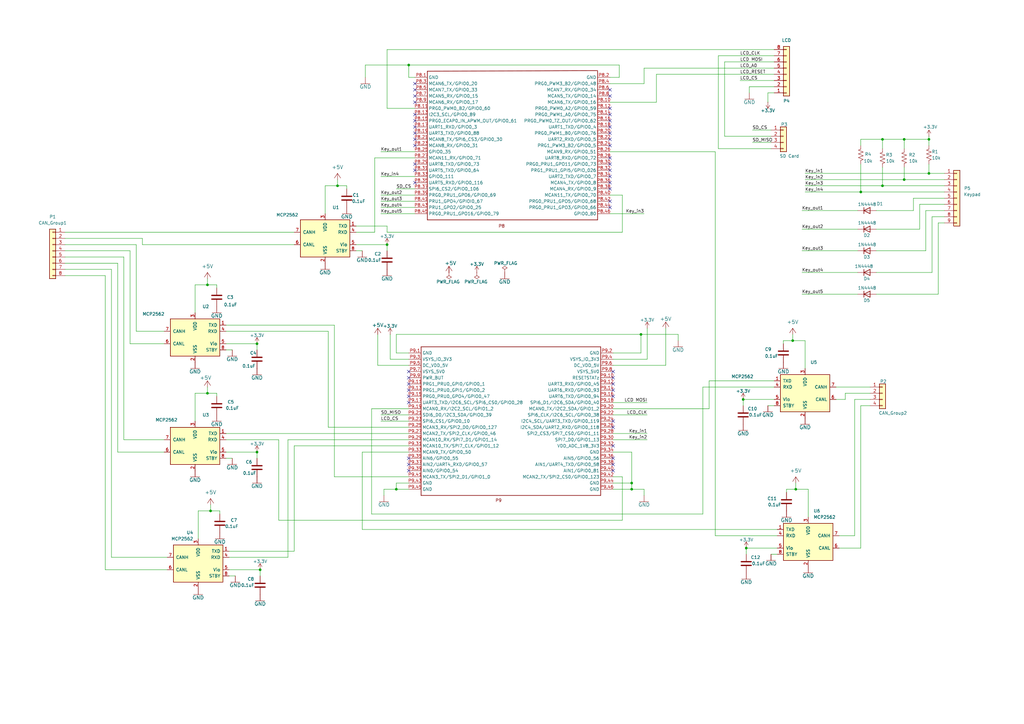
<source format=kicad_sch>
(kicad_sch (version 20231120) (generator "eeschema") (generator_version "8.0")
  (paper "A3")
  (title_block (date "2025-01-05"))
  (junction (at 262.89 137.16))
  (junction (at 361.95 76.2))
  (junction (at 259.08 200.66))
  (junction (at 85.09 161.29))
  (junction (at 105.41 185.42))
  (junction (at 306.07 224.79))
  (junction (at 370.84 57.15))
  (junction (at 86.36 209.55))
  (junction (at 106.68 233.68))
  (junction (at 138.43 76.2))
  (junction (at 353.06 78.74))
  (junction (at 259.08 198.12))
  (junction (at 162.56 200.66))
  (junction (at 381 57.15))
  (junction (at 158.75 100.33))
  (junction (at 326.39 200.66))
  (junction (at 85.09 116.84))
  (junction (at 361.95 57.15))
  (junction (at 105.41 140.97))
  (junction (at 304.8 163.83))
  (junction (at 167.64 26.67))
  (junction (at 381 71.12))
  (junction (at 325.12 139.7))
  (junction (at 370.84 73.66))
  (no_connect (at 250.19 82.55))
  (no_connect (at 250.19 44.45))
  (no_connect (at 167.64 152.4))
  (no_connect (at 251.46 160.02))
  (no_connect (at 251.46 187.96))
  (no_connect (at 167.64 157.48))
  (no_connect (at 251.46 175.26))
  (no_connect (at 170.18 59.69))
  (no_connect (at 167.64 187.96))
  (no_connect (at 170.18 74.93))
  (no_connect (at 250.19 74.93))
  (no_connect (at 251.46 152.4))
  (no_connect (at 167.64 162.56))
  (no_connect (at 251.46 172.72))
  (no_connect (at 170.18 67.31))
  (no_connect (at 170.18 41.91))
  (no_connect (at 251.46 190.5))
  (no_connect (at 170.18 46.99))
  (no_connect (at 170.18 69.85))
  (no_connect (at 170.18 54.61))
  (no_connect (at 250.19 39.37))
  (no_connect (at 250.19 59.69))
  (no_connect (at 170.18 52.07))
  (no_connect (at 170.18 57.15))
  (no_connect (at 251.46 154.94))
  (no_connect (at 250.19 85.09))
  (no_connect (at 251.46 157.48))
  (no_connect (at 250.19 69.85))
  (no_connect (at 170.18 39.37))
  (no_connect (at 250.19 77.47))
  (no_connect (at 250.19 36.83))
  (no_connect (at 167.64 160.02))
  (no_connect (at 250.19 49.53))
  (no_connect (at 170.18 49.53))
  (no_connect (at 250.19 57.15))
  (no_connect (at 250.19 54.61))
  (no_connect (at 251.46 162.56))
  (no_connect (at 167.64 154.94))
  (no_connect (at 170.18 34.29))
  (no_connect (at 250.19 46.99))
  (no_connect (at 250.19 64.77))
  (no_connect (at 250.19 67.31))
  (no_connect (at 167.64 190.5))
  (no_connect (at 170.18 36.83))
  (no_connect (at 167.64 193.04))
  (no_connect (at 167.64 165.1))
  (no_connect (at 251.46 193.04))
  (no_connect (at 250.19 72.39))
  (no_connect (at 250.19 52.07))
  (no_connect (at 251.46 182.88))
  (wire (pts (xy 80.01 161.29) (xy 80.01 172.72)))
  (wire (pts (xy 314.96 38.1) (xy 317.5 38.1)))
  (wire (pts (xy 381 55.88) (xy 381 57.15)))
  (wire (pts (xy 331.47 200.66) (xy 326.39 200.66)))
  (wire (pts (xy 80.01 116.84) (xy 85.09 116.84)))
  (wire (pts (xy 250.19 80.01) (xy 255.27 80.01)))
  (wire (pts (xy 330.2 139.7) (xy 330.2 151.13)))
  (wire (pts (xy 361.95 57.15) (xy 361.95 60.96)))
  (wire (pts (xy 58.42 100.33) (xy 120.65 100.33)))
  (wire (pts (xy 317.5 33.02) (xy 303.53 33.02)))
  (wire (pts (xy 344.17 219.71) (xy 350.52 219.71)))
  (wire (pts (xy 330.2 73.66) (xy 370.84 73.66)))
  (wire (pts (xy 158.75 44.45) (xy 158.75 20.32)))
  (wire (pts (xy 148.59 185.42) (xy 167.64 185.42)))
  (wire (pts (xy 80.01 116.84) (xy 80.01 128.27)))
  (wire (pts (xy 105.41 185.42) (xy 92.71 185.42)))
  (wire (pts (xy 88.9 116.84) (xy 85.09 116.84)))
  (wire (pts (xy 382.27 88.9) (xy 382.27 111.76)))
  (wire (pts (xy 259.08 200.66) (xy 264.16 200.66)) (stroke (width 0.1524)))
  (wire (pts (xy 328.93 120.65) (xy 351.79 120.65)))
  (wire (pts (xy 350.52 219.71) (xy 350.52 163.83)))
  (wire (pts (xy 353.06 166.37) (xy 356.87 166.37)))
  (wire (pts (xy 45.72 228.6) (xy 68.58 228.6)))
  (wire (pts (xy 250.19 87.63) (xy 264.16 87.63)))
  (wire (pts (xy 381 67.31) (xy 381 71.12)))
  (wire (pts (xy 156.21 172.72) (xy 167.64 172.72)))
  (wire (pts (xy 317.5 166.37) (xy 314.96 166.37)))
  (wire (pts (xy 133.35 76.2) (xy 138.43 76.2)))
  (wire (pts (xy 152.4 167.64) (xy 152.4 210.82)))
  (wire (pts (xy 53.34 140.97) (xy 67.31 140.97)))
  (wire (pts (xy 162.56 137.16) (xy 262.89 137.16)) (stroke (width 0.1524)))
  (wire (pts (xy 93.98 236.22) (xy 96.52 236.22)))
  (wire (pts (xy 92.71 135.89) (xy 134.62 135.89)))
  (wire (pts (xy 381 57.15) (xy 381 59.69)))
  (wire (pts (xy 251.46 198.12) (xy 259.08 198.12)) (stroke (width 0.1524)))
  (wire (pts (xy 92.71 143.51) (xy 95.25 143.51)))
  (wire (pts (xy 328.93 111.76) (xy 351.79 111.76)))
  (wire (pts (xy 85.09 114.3) (xy 85.09 116.84)))
  (wire (pts (xy 259.08 198.12) (xy 259.08 200.66)) (stroke (width 0.1524)))
  (wire (pts (xy 382.27 88.9) (xy 387.35 88.9)))
  (wire (pts (xy 370.84 57.15) (xy 361.95 57.15)))
  (wire (pts (xy 331.47 200.66) (xy 331.47 212.09)))
  (wire (pts (xy 88.9 118.11) (xy 88.9 116.84)))
  (wire (pts (xy 308.61 58.42) (xy 316.23 58.42)))
  (wire (pts (xy 297.18 25.4) (xy 317.5 25.4)))
  (wire (pts (xy 156.21 85.09) (xy 170.18 85.09)))
  (wire (pts (xy 138.43 73.66) (xy 138.43 76.2)))
  (wire (pts (xy 92.71 187.96) (xy 95.25 187.96)))
  (wire (pts (xy 370.84 68.58) (xy 370.84 73.66)))
  (wire (pts (xy 250.19 31.75) (xy 254 31.75)))
  (wire (pts (xy 26.67 102.87) (xy 53.34 102.87)))
  (wire (pts (xy 251.46 200.66) (xy 259.08 200.66)) (stroke (width 0.1524)))
  (wire (pts (xy 149.86 26.67) (xy 149.86 31.75)))
  (wire (pts (xy 92.71 133.35) (xy 137.16 133.35)))
  (wire (pts (xy 387.35 78.74) (xy 353.06 78.74)))
  (wire (pts (xy 157.48 200.66) (xy 157.48 203.2)) (stroke (width 0.1524)))
  (wire (pts (xy 167.64 144.78) (xy 162.56 144.78)) (stroke (width 0.1524)))
  (wire (pts (xy 269.24 30.48) (xy 269.24 41.91)))
  (wire (pts (xy 321.31 139.7) (xy 325.12 139.7)))
  (wire (pts (xy 342.9 158.75) (xy 356.87 158.75)))
  (wire (pts (xy 374.65 86.36) (xy 359.41 86.36)))
  (wire (pts (xy 322.58 200.66) (xy 326.39 200.66)))
  (wire (pts (xy 92.71 177.8) (xy 167.64 177.8)))
  (wire (pts (xy 167.64 200.66) (xy 162.56 200.66)) (stroke (width 0.1524)))
  (wire (pts (xy 90.17 209.55) (xy 86.36 209.55)))
  (wire (pts (xy 264.16 27.94) (xy 264.16 34.29)))
  (wire (pts (xy 251.46 167.64) (xy 290.83 167.64)))
  (wire (pts (xy 156.21 87.63) (xy 170.18 87.63)))
  (wire (pts (xy 288.29 210.82) (xy 288.29 158.75)))
  (wire (pts (xy 251.46 170.18) (xy 265.43 170.18)))
  (wire (pts (xy 307.34 35.56) (xy 317.5 35.56)))
  (wire (pts (xy 350.52 163.83) (xy 356.87 163.83)))
  (wire (pts (xy 321.31 140.97) (xy 321.31 139.7)))
  (wire (pts (xy 53.34 102.87) (xy 53.34 140.97)))
  (wire (pts (xy 90.17 210.82) (xy 90.17 209.55)))
  (wire (pts (xy 162.56 144.78) (xy 162.56 137.16)) (stroke (width 0.1524)))
  (wire (pts (xy 105.41 187.96) (xy 105.41 185.42)))
  (wire (pts (xy 328.93 93.98) (xy 351.79 93.98)))
  (wire (pts (xy 154.94 149.86) (xy 154.94 137.16)) (stroke (width 0.1524)))
  (wire (pts (xy 162.56 77.47) (xy 170.18 77.47)))
  (wire (pts (xy 133.35 76.2) (xy 133.35 87.63)))
  (wire (pts (xy 105.41 140.97) (xy 92.71 140.97)))
  (wire (pts (xy 377.19 93.98) (xy 359.41 93.98)))
  (wire (pts (xy 262.89 137.16) (xy 278.13 137.16)) (stroke (width 0.1524)))
  (wire (pts (xy 43.18 113.03) (xy 43.18 233.68)))
  (wire (pts (xy 134.62 135.89) (xy 134.62 175.26)))
  (wire (pts (xy 251.46 177.8) (xy 265.43 177.8)))
  (wire (pts (xy 387.35 73.66) (xy 370.84 73.66)))
  (wire (pts (xy 377.19 83.82) (xy 377.19 93.98)))
  (wire (pts (xy 251.46 180.34) (xy 265.43 180.34)))
  (wire (pts (xy 255.27 213.36) (xy 255.27 195.58)))
  (wire (pts (xy 48.26 185.42) (xy 67.31 185.42)))
  (wire (pts (xy 120.65 226.06) (xy 120.65 182.88)))
  (wire (pts (xy 318.77 227.33) (xy 316.23 227.33)))
  (wire (pts (xy 353.06 57.15) (xy 353.06 59.69)))
  (wire (pts (xy 307.34 35.56) (xy 307.34 38.1)))
  (wire (pts (xy 50.8 105.41) (xy 50.8 180.34)))
  (wire (pts (xy 80.01 161.29) (xy 85.09 161.29)))
  (wire (pts (xy 48.26 107.95) (xy 48.26 185.42)))
  (wire (pts (xy 156.21 80.01) (xy 170.18 80.01)))
  (wire (pts (xy 294.64 22.86) (xy 317.5 22.86)))
  (wire (pts (xy 250.19 34.29) (xy 264.16 34.29)))
  (wire (pts (xy 106.68 236.22) (xy 106.68 233.68)))
  (wire (pts (xy 81.28 209.55) (xy 81.28 220.98)))
  (wire (pts (xy 158.75 102.87) (xy 158.75 100.33)))
  (wire (pts (xy 26.67 97.79) (xy 58.42 97.79)))
  (wire (pts (xy 146.05 92.71) (xy 158.75 92.71)))
  (wire (pts (xy 58.42 97.79) (xy 58.42 100.33)))
  (wire (pts (xy 328.93 86.36) (xy 351.79 86.36)))
  (wire (pts (xy 269.24 30.48) (xy 317.5 30.48)))
  (wire (pts (xy 160.02 147.32) (xy 167.64 147.32)) (stroke (width 0.1524)))
  (wire (pts (xy 170.18 44.45) (xy 158.75 44.45)))
  (wire (pts (xy 142.24 77.47) (xy 142.24 76.2)))
  (wire (pts (xy 149.86 26.67) (xy 167.64 26.67)))
  (wire (pts (xy 290.83 167.64) (xy 290.83 156.21)))
  (wire (pts (xy 156.21 82.55) (xy 170.18 82.55)))
  (wire (pts (xy 88.9 162.56) (xy 88.9 161.29)))
  (wire (pts (xy 361.95 57.15) (xy 353.06 57.15)))
  (wire (pts (xy 290.83 156.21) (xy 317.5 156.21)))
  (wire (pts (xy 152.4 210.82) (xy 288.29 210.82)))
  (wire (pts (xy 387.35 76.2) (xy 361.95 76.2)))
  (wire (pts (xy 26.67 110.49) (xy 45.72 110.49)))
  (wire (pts (xy 170.18 62.23) (xy 156.21 62.23)))
  (wire (pts (xy 26.67 95.25) (xy 120.65 95.25)))
  (wire (pts (xy 293.37 62.23) (xy 293.37 219.71)))
  (wire (pts (xy 158.75 95.25) (xy 255.27 95.25)))
  (wire (pts (xy 330.2 71.12) (xy 381 71.12)))
  (wire (pts (xy 342.9 163.83) (xy 346.71 163.83)))
  (wire (pts (xy 153.67 64.77) (xy 170.18 64.77)))
  (wire (pts (xy 167.64 26.67) (xy 254 26.67)) (stroke (width 0.1524)))
  (wire (pts (xy 330.2 78.74) (xy 353.06 78.74)))
  (wire (pts (xy 81.28 209.55) (xy 86.36 209.55)))
  (wire (pts (xy 293.37 219.71) (xy 318.77 219.71)))
  (wire (pts (xy 93.98 226.06) (xy 120.65 226.06)))
  (wire (pts (xy 344.17 224.79) (xy 353.06 224.79)))
  (wire (pts (xy 158.75 92.71) (xy 158.75 95.25)))
  (wire (pts (xy 93.98 228.6) (xy 118.11 228.6)))
  (wire (pts (xy 43.18 233.68) (xy 68.58 233.68)))
  (wire (pts (xy 326.39 198.12) (xy 326.39 200.66)))
  (wire (pts (xy 170.18 72.39) (xy 156.21 72.39)))
  (wire (pts (xy 255.27 80.01) (xy 255.27 95.25)))
  (wire (pts (xy 308.61 53.34) (xy 316.23 53.34)))
  (wire (pts (xy 114.3 180.34) (xy 114.3 213.36)))
  (wire (pts (xy 273.05 149.86) (xy 273.05 134.62)) (stroke (width 0.1524)))
  (wire (pts (xy 148.59 217.17) (xy 148.59 185.42)))
  (wire (pts (xy 134.62 175.26) (xy 167.64 175.26)))
  (wire (pts (xy 55.88 100.33) (xy 26.67 100.33)))
  (wire (pts (xy 264.16 27.94) (xy 317.5 27.94)))
  (wire (pts (xy 106.68 233.68) (xy 93.98 233.68)))
  (wire (pts (xy 153.67 95.25) (xy 153.67 64.77)))
  (wire (pts (xy 293.37 62.23) (xy 250.19 62.23)))
  (wire (pts (xy 254 31.75) (xy 254 26.67)))
  (wire (pts (xy 265.43 147.32) (xy 265.43 134.62)) (stroke (width 0.1524)))
  (wire (pts (xy 137.16 195.58) (xy 167.64 195.58)))
  (wire (pts (xy 251.46 185.42) (xy 259.08 185.42)))
  (wire (pts (xy 370.84 57.15) (xy 370.84 60.96)))
  (wire (pts (xy 346.71 161.29) (xy 356.87 161.29)))
  (wire (pts (xy 379.73 86.36) (xy 387.35 86.36)))
  (wire (pts (xy 26.67 113.03) (xy 43.18 113.03)))
  (wire (pts (xy 322.58 201.93) (xy 322.58 200.66)))
  (wire (pts (xy 86.36 207.01) (xy 86.36 209.55)))
  (wire (pts (xy 142.24 76.2) (xy 138.43 76.2)))
  (wire (pts (xy 318.77 217.17) (xy 148.59 217.17)))
  (wire (pts (xy 158.75 100.33) (xy 146.05 100.33)))
  (wire (pts (xy 304.8 166.37) (xy 304.8 163.83)))
  (wire (pts (xy 306.07 227.33) (xy 306.07 224.79)))
  (wire (pts (xy 162.56 198.12) (xy 167.64 198.12)) (stroke (width 0.1524)))
  (wire (pts (xy 160.02 147.32) (xy 160.02 137.16)) (stroke (width 0.1524)))
  (wire (pts (xy 26.67 107.95) (xy 48.26 107.95)))
  (wire (pts (xy 304.8 163.83) (xy 317.5 163.83)))
  (wire (pts (xy 297.18 55.88) (xy 297.18 25.4)))
  (wire (pts (xy 55.88 135.89) (xy 55.88 100.33)))
  (wire (pts (xy 137.16 133.35) (xy 137.16 195.58)))
  (wire (pts (xy 377.19 83.82) (xy 387.35 83.82)))
  (wire (pts (xy 262.89 137.16) (xy 262.89 144.78)) (stroke (width 0.1524)))
  (wire (pts (xy 381 57.15) (xy 370.84 57.15)))
  (wire (pts (xy 255.27 195.58) (xy 251.46 195.58)))
  (wire (pts (xy 162.56 200.66) (xy 157.48 200.66)) (stroke (width 0.1524)))
  (wire (pts (xy 114.3 213.36) (xy 255.27 213.36)))
  (wire (pts (xy 346.71 163.83) (xy 346.71 161.29)))
  (wire (pts (xy 262.89 144.78) (xy 251.46 144.78)) (stroke (width 0.1524)))
  (wire (pts (xy 330.2 139.7) (xy 325.12 139.7)))
  (wire (pts (xy 306.07 224.79) (xy 318.77 224.79)))
  (wire (pts (xy 118.11 228.6) (xy 118.11 180.34)))
  (wire (pts (xy 353.06 224.79) (xy 353.06 166.37)))
  (wire (pts (xy 26.67 105.41) (xy 50.8 105.41)))
  (wire (pts (xy 154.94 149.86) (xy 167.64 149.86)) (stroke (width 0.1524)))
  (wire (pts (xy 384.81 91.44) (xy 384.81 120.65)))
  (wire (pts (xy 167.64 31.75) (xy 167.64 26.67)) (stroke (width 0.1524)))
  (wire (pts (xy 387.35 81.28) (xy 374.65 81.28)))
  (wire (pts (xy 45.72 110.49) (xy 45.72 228.6)))
  (wire (pts (xy 273.05 149.86) (xy 251.46 149.86)) (stroke (width 0.1524)))
  (wire (pts (xy 265.43 147.32) (xy 251.46 147.32)) (stroke (width 0.1524)))
  (wire (pts (xy 294.64 60.96) (xy 294.64 22.86)))
  (wire (pts (xy 152.4 167.64) (xy 167.64 167.64)))
  (wire (pts (xy 88.9 161.29) (xy 85.09 161.29)))
  (wire (pts (xy 162.56 200.66) (xy 162.56 198.12)) (stroke (width 0.1524)))
  (wire (pts (xy 251.46 165.1) (xy 265.43 165.1)))
  (wire (pts (xy 328.93 102.87) (xy 351.79 102.87)))
  (wire (pts (xy 325.12 137.16) (xy 325.12 139.7)))
  (wire (pts (xy 146.05 95.25) (xy 153.67 95.25)))
  (wire (pts (xy 384.81 91.44) (xy 387.35 91.44)))
  (wire (pts (xy 387.35 71.12) (xy 381 71.12)))
  (wire (pts (xy 278.13 137.16) (xy 278.13 139.7)) (stroke (width 0.1524)))
  (wire (pts (xy 146.05 102.87) (xy 148.59 102.87)))
  (wire (pts (xy 167.64 31.75) (xy 170.18 31.75)) (stroke (width 0.1524)))
  (wire (pts (xy 156.21 170.18) (xy 167.64 170.18)))
  (wire (pts (xy 379.73 102.87) (xy 359.41 102.87)))
  (wire (pts (xy 353.06 78.74) (xy 353.06 67.31)))
  (wire (pts (xy 120.65 182.88) (xy 167.64 182.88)))
  (wire (pts (xy 264.16 200.66) (xy 264.16 203.2)) (stroke (width 0.1524)))
  (wire (pts (xy 118.11 180.34) (xy 167.64 180.34)))
  (wire (pts (xy 105.41 143.51) (xy 105.41 140.97)))
  (wire (pts (xy 85.09 158.75) (xy 85.09 161.29)))
  (wire (pts (xy 259.08 185.42) (xy 259.08 198.12)))
  (wire (pts (xy 374.65 86.36) (xy 374.65 81.28)))
  (wire (pts (xy 92.71 180.34) (xy 114.3 180.34)))
  (wire (pts (xy 288.29 158.75) (xy 317.5 158.75)))
  (wire (pts (xy 55.88 135.89) (xy 67.31 135.89)))
  (wire (pts (xy 314.96 41.91) (xy 314.96 38.1)))
  (wire (pts (xy 316.23 55.88) (xy 297.18 55.88)))
  (wire (pts (xy 382.27 111.76) (xy 359.41 111.76)))
  (wire (pts (xy 158.75 20.32) (xy 317.5 20.32)))
  (wire (pts (xy 361.95 68.58) (xy 361.95 76.2)))
  (wire (pts (xy 250.19 41.91) (xy 269.24 41.91)))
  (wire (pts (xy 316.23 60.96) (xy 294.64 60.96)))
  (wire (pts (xy 384.81 120.65) (xy 359.41 120.65)))
  (wire (pts (xy 50.8 180.34) (xy 67.31 180.34)))
  (wire (pts (xy 379.73 86.36) (xy 379.73 102.87)))
  (wire (pts (xy 330.2 76.2) (xy 361.95 76.2)))
  (label "SD_CS" (at 308.61 53.34 0))
  (label "LCD MOSI" (at 265.43 165.1 180))
  (label "Key_out3" (at 328.93 102.87 0))
  (label "Key_out4" (at 156.21 85.09 0))
  (label "Key_out2" (at 328.93 93.98 0))
  (label "LCD_CLK" (at 265.43 170.18 180))
  (label "Key_in1" (at 265.43 177.8 180))
  (label "Key_in2" (at 265.43 180.34 180))
  (label "Key_in4" (at 330.2 78.74 0))
  (label "LCD_CLK" (at 303.53 22.86 0))
  (label "SD_CS" (at 162.56 77.47 0))
  (label "Key_in3" (at 330.2 76.2 0))
  (label "Key_out2" (at 156.21 80.01 0))
  (label "LCD_A0" (at 303.53 27.94 0))
  (label "LCD_CS" (at 303.53 33.02 0))
  (label "Key_out3" (at 156.21 82.55 0))
  (label "Key_in3" (at 264.16 87.63 180))
  (label "LCD MOSI" (at 303.53 25.4 0))
  (label "Key_in1" (at 330.2 71.12 0))
  (label "Key_out4" (at 328.93 111.76 0))
  (label "Key_out5" (at 156.21 87.63 0))
  (label "SD_MISO" (at 308.61 58.42 0))
  (label "Key_out5" (at 328.93 120.65 0))
  (label "SD_MISO" (at 156.21 170.18 0))
  (label "LCD_RESET" (at 303.53 30.48 0))
  (label "Key_out1" (at 156.21 62.23 0))
  (label "Key_out1" (at 328.93 86.36 0))
  (label "Key_in4" (at 156.21 72.39 0))
  (label "LCD_CS" (at 156.21 172.72 0))
  (label "Key_in2" (at 330.2 73.66 0))
  (symbol (lib_id "Connector_Generic:Conn_01x09") (at 392.43 81.28 0) (unit 1)
    (property "Reference" "P5" (at 396.748 77.216 0))
    (property "Value" "Keypad" (at 398.78 79.756 0))
    (property "Footprint" "Connector_PinHeader_2.54mm:PinHeader_1x09_P2.54mm_Vertical" (effects (hide yes)))
    (property "Description" "Generic connector, single row, 01x09, script generated (kicad-library-utils/schlib/autogen/connector/)" (effects (hide yes)))
  )
  (symbol (lib_id "catu:GND") (at 330.2 173.99 0) (unit 1)
    (property "Reference" "#GND038" (effects (hide yes)))
    (property "Value" "GND" (at 330.2 175.26 0) (effects (font (size 1.4986 1.4986))))
  )
  (symbol (lib_id "catu:GND") (at 321.31 151.13 0) (unit 1)
    (property "Reference" "#GND040" (effects (hide yes)))
    (property "Value" "GND" (at 321.31 152.4 0) (effects (font (size 1.4986 1.4986))))
  )
  (symbol (lib_id "Device:C") (at 90.17 214.63 0) (mirror y) (unit 1)
    (property "Reference" "C7" (at 97.282 213.36 0) (effects (justify left)))
    (property "Value" "0.1uF" (at 97.79 215.9 0) (effects (justify left)))
    (property "Footprint" "Capacitor_SMD:C_0805_2012Metric_Pad1.18x1.45mm_HandSolder" (effects (hide yes)))
    (property "Description" "Unpolarized capacitor" (effects (hide yes)))
  )
  (symbol (lib_id "catu:+5V") (at 85.09 156.21 0) (mirror y) (unit 1)
    (property "Reference" "#P+011" (effects (hide yes)))
    (property "Value" "+5V" (at 84.328 154.94 0) (effects (font (size 1.4986 1.4986))))
  )
  (symbol (lib_id "catu:GND") (at 307.34 40.64 0) (unit 1)
    (property "Reference" "#GND050" (effects (hide yes)))
    (property "Value" "GND" (at 307.34 41.91 0) (effects (font (size 1.4986 1.4986))))
  )
  (symbol (lib_id "power:+3.3V") (at 105.41 140.97 0) (unit 1)
    (property "Reference" "#PWR017" (effects (hide yes)))
    (property "Value" "+3.3V" (at 105.41 137.541 0))
    (property "Description" "Power symbol creates a global label with name \"+3.3V\"" (effects (hide yes)))
  )
  (symbol (lib_id "catu:+5V") (at 273.05 132.08 0) (unit 1)
    (property "Reference" "#P+02" (effects (hide yes)))
    (property "Value" "+5V" (at 273.05 130.81 0) (effects (font (size 1.4986 1.4986))))
  )
  (symbol (lib_id "catu:GND") (at 149.86 34.29 0) (mirror y) (unit 1)
    (property "Reference" "#GND09" (effects (hide yes)))
    (property "Value" "GND" (at 149.86 35.56 0) (effects (font (size 1.4986 1.4986))))
  )
  (symbol (lib_id "Device:R_US") (at 370.84 64.77 0) (mirror y) (unit 1)
    (property "Reference" "R2" (at 375.412 63.5 0) (effects (justify left)))
    (property "Value" "10k" (at 376.428 66.04 0) (effects (justify left)))
    (property "Footprint" "Resistor_SMD:R_0805_2012Metric" (effects (hide yes)))
    (property "Description" "Resistor, US symbol" (effects (hide yes)))
  )
  (symbol (lib_id "catu:GND") (at 96.52 238.76 0) (mirror y) (unit 1)
    (property "Reference" "#GND032" (effects (hide yes)))
    (property "Value" "GND" (at 96.52 240.03 0) (effects (font (size 1.4986 1.4986))))
  )
  (symbol (lib_id "catu:GND") (at 278.13 142.24 0) (unit 1)
    (property "Reference" "#GND01" (effects (hide yes)))
    (property "Value" "GND" (at 278.13 143.51 0) (effects (font (size 1.4986 1.4986))))
  )
  (symbol (lib_id "catu:GND") (at 314.96 168.91 0) (unit 1)
    (property "Reference" "#GND042" (effects (hide yes)))
    (property "Value" "GND" (at 314.96 170.18 0) (effects (font (size 1.4986 1.4986))))
  )
  (symbol (lib_id "catu:+5V") (at 325.12 134.62 0) (unit 1)
    (property "Reference" "#P+012" (effects (hide yes)))
    (property "Value" "+5V" (at 325.12 132.08 0) (effects (font (size 1.4986 1.4986))))
  )
  (symbol (lib_id "catu:GND") (at 95.25 190.5 0) (mirror y) (unit 1)
    (property "Reference" "#GND036" (effects (hide yes)))
    (property "Value" "GND" (at 95.25 191.77 0) (effects (font (size 1.4986 1.4986))))
  )
  (symbol (lib_id "catu:GND") (at 80.01 151.13 0) (mirror y) (unit 1)
    (property "Reference" "#GND026" (effects (hide yes)))
    (property "Value" "GND" (at 80.01 152.4 0) (effects (font (size 1.4986 1.4986))))
  )
  (symbol (lib_id "power:+3.3V") (at 160.02 137.16 0) (unit 1)
    (property "Reference" "#PWR019" (effects (hide yes)))
    (property "Value" "+3.3V" (at 160.02 133.731 0))
    (property "Description" "Power symbol creates a global label with name \"+3.3V\"" (effects (hide yes)))
  )
  (symbol (lib_id "catu:GND") (at 157.48 205.74 0) (unit 1)
    (property "Reference" "#GND05" (effects (hide yes)))
    (property "Value" "GND" (at 157.48 207.01 0) (effects (font (size 1.4986 1.4986))))
  )
  (symbol (lib_id "Interface_CAN_LIN:MCP2562-E-SN") (at 331.47 222.25 0) (unit 1)
    (property "Reference" "U6" (at 333.6641 209.55 0) (effects (justify left)))
    (property "Value" "MCP2562" (at 333.6641 212.09 0) (effects (justify left)))
    (property "Footprint" "Package_SO:SOIC-8_3.9x4.9mm_P1.27mm" (effects (hide yes)))
    (property "Datasheet" "http://ww1.microchip.com/downloads/en/DeviceDoc/25167A.pdf" (effects (hide yes)))
    (property "Description" "High-Speed CAN Transceiver, 1Mbps, 5V supply, Vio pin, -40C to +125C, SOIC-8" (effects (hide yes)))
  )
  (symbol (lib_id "Device:C") (at 106.68 240.03 0) (mirror x) (unit 1)
    (property "Reference" "C8" (at 102.87 237.49 0))
    (property "Value" "0.1uF" (at 101.6 240.03 0))
    (property "Footprint" "Capacitor_SMD:C_0805_2012Metric_Pad1.18x1.45mm_HandSolder" (effects (hide yes)))
    (property "Description" "Unpolarized capacitor" (effects (hide yes)))
  )
  (symbol (lib_id "power:+3.3V") (at 106.68 233.68 0) (unit 1)
    (property "Reference" "#PWR012" (effects (hide yes)))
    (property "Value" "+3.3V" (at 106.68 230.251 0))
    (property "Description" "Power symbol creates a global label with name \"+3.3V\"" (effects (hide yes)))
  )
  (symbol (lib_id "Device:C") (at 105.41 147.32 0) (mirror x) (unit 1)
    (property "Reference" "C4" (at 103.886 144.78 0))
    (property "Value" "0.1uF" (at 102.108 150.114 0))
    (property "Footprint" "Capacitor_SMD:C_0805_2012Metric_Pad1.18x1.45mm_HandSolder" (effects (hide yes)))
    (property "Description" "Unpolarized capacitor" (effects (hide yes)))
  )
  (symbol (lib_id "power:PWR_FLAG") (at 184.15 111.76 180) (unit 1)
    (property "Reference" "#FLG01" (effects (hide yes)))
    (property "Value" "PWR_FLAG" (at 183.769 115.57 0))
    (property "Description" "Special symbol for telling ERC where power comes from" (effects (hide yes)))
  )
  (symbol (lib_id "catu:GND") (at 88.9 172.72 0) (mirror y) (unit 1)
    (property "Reference" "#GND035" (effects (hide yes)))
    (property "Value" "GND" (at 88.9 173.99 0) (effects (font (size 1.4986 1.4986))))
  )
  (symbol (lib_id "Connector_Generic:Conn_01x08") (at 21.59 102.87 0) (mirror y) (unit 1)
    (property "Reference" "P1" (at 21.59 88.9 0))
    (property "Value" "CAN_Group1" (at 21.59 91.44 0))
    (property "Footprint" "Connector_PinHeader_2.54mm:PinHeader_1x08_P2.54mm_Vertical" (effects (hide yes)))
    (property "Description" "Generic connector, single row, 01x08, script generated (kicad-library-utils/schlib/autogen/connector/)" (effects (hide yes)))
  )
  (symbol (lib_id "Interface_CAN_LIN:MCP2562-E-SN") (at 330.2 161.29 0) (unit 1)
    (property "Reference" "U5" (at 332.3941 148.59 0) (effects (justify left)))
    (property "Value" "MCP2562" (at 299.974 154.432 0) (effects (justify left)))
    (property "Footprint" "Package_SO:SOIC-8_3.9x4.9mm_P1.27mm" (effects (hide yes)))
    (property "Datasheet" "http://ww1.microchip.com/downloads/en/DeviceDoc/25167A.pdf" (effects (hide yes)))
    (property "Description" "High-Speed CAN Transceiver, 1Mbps, 5V supply, Vio pin, -40C to +125C, SOIC-8" (effects (hide yes)))
  )
  (symbol (lib_id "Connector_Generic:Conn_01x08") (at 322.58 30.48 0) (mirror x) (unit 1)
    (property "Reference" "P4" (at 322.58 41.402 0))
    (property "Value" "LCD" (at 322.58 16.51 0))
    (property "Footprint" "Connector_PinHeader_2.54mm:PinHeader_1x08_P2.54mm_Vertical" (effects (hide yes)))
    (property "Description" "Generic connector, single row, 01x08, script generated (kicad-library-utils/schlib/autogen/connector/)" (effects (hide yes)))
  )
  (symbol (lib_id "Connector_Generic:Conn_01x04") (at 361.95 161.29 0) (unit 1)
    (property "Reference" "P2" (at 360.934 156.464 0) (effects (justify left)))
    (property "Value" "CAN_Group2" (at 360.426 169.418 0) (effects (justify left)))
    (property "Footprint" "Connector_PinHeader_2.54mm:PinHeader_1x04_P2.54mm_Vertical" (effects (hide yes)))
    (property "Description" "Generic connector, single row, 01x04, script generated (kicad-library-utils/schlib/autogen/connector/)" (effects (hide yes)))
  )
  (symbol (lib_id "power:+3.3V") (at 195.58 111.76 0) (unit 1)
    (property "Reference" "#PWR014" (effects (hide yes)))
    (property "Value" "+3.3V" (at 195.58 108.331 0))
    (property "Description" "Power symbol creates a global label with name \"+3.3V\"" (effects (hide yes)))
  )
  (symbol (lib_id "Device:C") (at 306.07 231.14 180) (unit 1)
    (property "Reference" "C12" (at 309.88 228.6 0))
    (property "Value" "0.1uF" (at 311.15 231.14 0))
    (property "Footprint" "Capacitor_SMD:C_0805_2012Metric_Pad1.18x1.45mm_HandSolder" (effects (hide yes)))
    (property "Description" "Unpolarized capacitor" (effects (hide yes)))
  )
  (symbol (lib_id "power:+3.3V") (at 105.41 185.42 0) (unit 1)
    (property "Reference" "#PWR018" (effects (hide yes)))
    (property "Value" "+3.3V" (at 105.41 181.991 0))
    (property "Description" "Power symbol creates a global label with name \"+3.3V\"" (effects (hide yes)))
  )
  (symbol (lib_id "power:+3.3V") (at 265.43 134.62 0) (unit 1)
    (property "Reference" "#PWR021" (effects (hide yes)))
    (property "Value" "+3.3V" (at 265.43 131.191 0))
    (property "Description" "Power symbol creates a global label with name \"+3.3V\"" (effects (hide yes)))
  )
  (symbol (lib_id "power:+3.3V") (at 314.96 41.91 180) (unit 1)
    (property "Reference" "#PWR02" (effects (hide yes)))
    (property "Value" "+3.3V" (at 314.96 45.339 0))
    (property "Description" "Power symbol creates a global label with name \"+3.3V\"" (effects (hide yes)))
  )
  (symbol (lib_id "Connector_Generic:Conn_01x04") (at 321.31 55.88 0) (unit 1)
    (property "Reference" "P3" (at 320.294 51.054 0) (effects (justify left)))
    (property "Value" "SD Card" (at 319.786 64.008 0) (effects (justify left)))
    (property "Footprint" "Connector_PinHeader_2.54mm:PinHeader_1x04_P2.54mm_Vertical" (effects (hide yes)))
    (property "Description" "Generic connector, single row, 01x04, script generated (kicad-library-utils/schlib/autogen/connector/)" (effects (hide yes)))
  )
  (symbol (lib_id "power:PWR_FLAG") (at 207.01 111.76 0) (unit 1)
    (property "Reference" "#FLG03" (effects (hide yes)))
    (property "Value" "PWR_FLAG" (at 207.391 107.95 0))
    (property "Description" "Special symbol for telling ERC where power comes from" (effects (hide yes)))
  )
  (symbol (lib_id "catu:GND") (at 105.41 153.67 0) (mirror y) (unit 1)
    (property "Reference" "#GND029" (effects (hide yes)))
    (property "Value" "GND" (at 105.41 154.94 0) (effects (font (size 1.4986 1.4986))))
  )
  (symbol (lib_id "Device:C") (at 105.41 191.77 0) (mirror x) (unit 1)
    (property "Reference" "C6" (at 102.108 189.484 0))
    (property "Value" "0.1uF" (at 102.362 194.056 0))
    (property "Footprint" "Capacitor_SMD:C_0805_2012Metric_Pad1.18x1.45mm_HandSolder" (effects (hide yes)))
    (property "Description" "Unpolarized capacitor" (effects (hide yes)))
  )
  (symbol (lib_id "power:PWR_FLAG") (at 195.58 111.76 180) (unit 1)
    (property "Reference" "#FLG02" (effects (hide yes)))
    (property "Value" "PWR_FLAG" (at 195.199 115.57 0))
    (property "Description" "Special symbol for telling ERC where power comes from" (effects (hide yes)))
  )
  (symbol (lib_id "Interface_CAN_LIN:MCP2562-E-SN") (at 133.35 97.79 0) (mirror y) (unit 1)
    (property "Reference" "U1" (at 136.3665 85.09 0) (effects (justify right)))
    (property "Value" "MCP2562" (at 113.284 88.138 0) (effects (justify right)))
    (property "Footprint" "Package_SO:SOIC-8_3.9x4.9mm_P1.27mm" (effects (hide yes)))
    (property "Datasheet" "http://ww1.microchip.com/downloads/en/DeviceDoc/25167A.pdf" (effects (hide yes)))
    (property "Description" "High-Speed CAN Transceiver, 1Mbps, 5V supply, Vio pin, -40C to +125C, SOIC-8" (effects (hide yes)))
  )
  (symbol (lib_id "catu:GND") (at 316.23 229.87 0) (unit 1)
    (property "Reference" "#GND047" (effects (hide yes)))
    (property "Value" "GND" (at 316.23 231.14 0) (effects (font (size 1.4986 1.4986))))
  )
  (symbol (lib_id "power:+3.3V") (at 381 55.88 0) (unit 1)
    (property "Reference" "#PWR01" (effects (hide yes)))
    (property "Value" "+3.3V" (at 381.508 52.07 0))
    (property "Description" "Power symbol creates a global label with name \"+3.3V\"" (effects (hide yes)))
  )
  (symbol (lib_id "catu:Beaglebone-AI-64-10CAN") (at 196.85 170.18 0) (unit 2)
    (property "Reference" "J17" (effects (hide yes)))
    (property "Value" "Beaglebone_AI64" (effects (hide yes)))
    (property "Footprint" "catu:BEAGLE_BONE_BLACK_CAPE" (effects (hide yes)))
  )
  (symbol (lib_id "Device:R_US") (at 361.95 64.77 0) (mirror y) (unit 1)
    (property "Reference" "R3" (at 366.014 63.5 0) (effects (justify left)))
    (property "Value" "10k" (at 367.03 66.04 0) (effects (justify left)))
    (property "Footprint" "Resistor_SMD:R_0805_2012Metric" (effects (hide yes)))
    (property "Description" "Resistor, US symbol" (effects (hide yes)))
  )
  (symbol (lib_id "catu:GND") (at 88.9 128.27 0) (mirror y) (unit 1)
    (property "Reference" "#GND027" (effects (hide yes)))
    (property "Value" "GND" (at 88.9 129.54 0) (effects (font (size 1.4986 1.4986))))
  )
  (symbol (lib_id "catu:+5V") (at 138.43 71.12 0) (mirror y) (unit 1)
    (property "Reference" "#P+013" (effects (hide yes)))
    (property "Value" "+5V" (at 138.43 68.58 0) (effects (font (size 1.4986 1.4986))))
  )
  (symbol (lib_id "catu:GND") (at 81.28 243.84 0) (mirror y) (unit 1)
    (property "Reference" "#GND030" (effects (hide yes)))
    (property "Value" "GND" (at 81.28 245.11 0) (effects (font (size 1.4986 1.4986))))
  )
  (symbol (lib_id "power:+3.3V") (at 158.75 100.33 0) (unit 1)
    (property "Reference" "#PWR026" (effects (hide yes)))
    (property "Value" "+3.3V" (at 158.75 96.901 0))
    (property "Description" "Power symbol creates a global label with name \"+3.3V\"" (effects (hide yes)))
  )
  (symbol (lib_id "Interface_CAN_LIN:MCP2562-E-SN") (at 81.28 231.14 0) (mirror y) (unit 1)
    (property "Reference" "U4" (at 79.2606 218.44 0) (effects (justify left)))
    (property "Value" "MCP2562" (at 79.2606 220.98 0) (effects (justify left)))
    (property "Footprint" "Package_SO:SOIC-8_3.9x4.9mm_P1.27mm" (effects (hide yes)))
    (property "Datasheet" "http://ww1.microchip.com/downloads/en/DeviceDoc/25167A.pdf" (effects (hide yes)))
    (property "Description" "High-Speed CAN Transceiver, 1Mbps, 5V supply, Vio pin, -40C to +125C, SOIC-8" (effects (hide yes)))
  )
  (symbol (lib_id "catu:Beaglebone-AI-64-10CAN") (at 190.5 57.15 0) (unit 1)
    (property "Reference" "J17" (effects (hide yes)))
    (property "Value" "Beaglebone_AI64" (effects (hide yes)))
    (property "Footprint" "catu:BEAGLE_BONE_BLACK_CAPE" (effects (hide yes)))
  )
  (symbol (lib_id "Device:C") (at 322.58 205.74 0) (unit 1)
    (property "Reference" "C11" (at 314.706 204.47 0) (effects (justify left)))
    (property "Value" "0.1uF" (at 314.96 207.01 0) (effects (justify left)))
    (property "Footprint" "Capacitor_SMD:C_0805_2012Metric_Pad1.18x1.45mm_HandSolder" (effects (hide yes)))
    (property "Description" "Unpolarized capacitor" (effects (hide yes)))
  )
  (symbol (lib_id "catu:GND") (at 148.59 105.41 0) (mirror y) (unit 1)
    (property "Reference" "#GND043" (effects (hide yes)))
    (property "Value" "GND" (at 148.59 106.68 0) (effects (font (size 1.4986 1.4986))))
  )
  (symbol (lib_id "catu:GND") (at 142.24 87.63 0) (mirror y) (unit 1)
    (property "Reference" "#GND041" (effects (hide yes)))
    (property "Value" "GND" (at 142.24 88.9 0) (effects (font (size 1.4986 1.4986))))
  )
  (symbol (lib_id "Device:C") (at 158.75 106.68 0) (mirror x) (unit 1)
    (property "Reference" "C2" (at 154.94 104.14 0))
    (property "Value" "0.1uF" (at 153.67 106.68 0))
    (property "Footprint" "Capacitor_SMD:C_0805_2012Metric_Pad1.18x1.45mm_HandSolder" (effects (hide yes)))
    (property "Description" "Unpolarized capacitor" (effects (hide yes)))
  )
  (symbol (lib_id "Diode:1N4448") (at 355.6 102.87 0) (unit 1)
    (property "Reference" "D3" (at 356.87 105.41 0) (effects (justify right)))
    (property "Value" "1N4448" (at 359.41 100.33 0) (effects (justify right)))
    (property "Footprint" "Diode_THT:D_DO-35_SOD27_P7.62mm_Horizontal" (effects (hide yes)))
    (property "Datasheet" "https://assets.nexperia.com/documents/data-sheet/1N4148_1N4448.pdf" (effects (hide yes)))
    (property "Description" "100V 0.15A High-speed standard diode, DO-35" (effects (hide yes)))
    (property "Sim.Device" "D" (effects (hide yes)))
    (property "Sim.Pins" "1=K 2=A" (effects (hide yes)))
  )
  (symbol (lib_id "catu:GND") (at 105.41 198.12 0) (mirror y) (unit 1)
    (property "Reference" "#GND037" (effects (hide yes)))
    (property "Value" "GND" (at 105.41 199.39 0) (effects (font (size 1.4986 1.4986))))
  )
  (symbol (lib_id "Diode:1N4448") (at 355.6 120.65 0) (unit 1)
    (property "Reference" "D5" (at 356.87 123.19 0) (effects (justify right)))
    (property "Value" "1N4448" (at 359.41 118.11 0) (effects (justify right)))
    (property "Footprint" "Diode_THT:D_DO-35_SOD27_P7.62mm_Horizontal" (effects (hide yes)))
    (property "Datasheet" "https://assets.nexperia.com/documents/data-sheet/1N4148_1N4448.pdf" (effects (hide yes)))
    (property "Description" "100V 0.15A High-speed standard diode, DO-35" (effects (hide yes)))
    (property "Sim.Device" "D" (effects (hide yes)))
    (property "Sim.Pins" "1=K 2=A" (effects (hide yes)))
  )
  (symbol (lib_id "Device:C") (at 88.9 166.37 0) (mirror y) (unit 1)
    (property "Reference" "C5" (at 96.012 164.846 0) (effects (justify left)))
    (property "Value" "0.1uF" (at 98.044 167.386 0) (effects (justify left)))
    (property "Footprint" "Capacitor_SMD:C_0805_2012Metric_Pad1.18x1.45mm_HandSolder" (effects (hide yes)))
    (property "Description" "Unpolarized capacitor" (effects (hide yes)))
  )
  (symbol (lib_id "catu:GND") (at 331.47 234.95 0) (unit 1)
    (property "Reference" "#GND049" (effects (hide yes)))
    (property "Value" "GND" (at 331.47 236.22 0) (effects (font (size 1.4986 1.4986))))
  )
  (symbol (lib_id "Device:C") (at 88.9 121.92 0) (mirror y) (unit 1)
    (property "Reference" "C3" (at 95.758 121.92 0) (effects (justify left)))
    (property "Value" "0.1uF" (at 97.282 124.968 0) (effects (justify left)))
    (property "Footprint" "Capacitor_SMD:C_0805_2012Metric_Pad1.18x1.45mm_HandSolder" (effects (hide yes)))
    (property "Description" "Unpolarized capacitor" (effects (hide yes)))
  )
  (symbol (lib_id "Diode:1N4448") (at 355.6 86.36 0) (unit 1)
    (property "Reference" "D1" (at 362.204 83.566 0) (effects (justify right)))
    (property "Value" "1N4448" (at 359.41 83.82 0) (effects (justify right)))
    (property "Footprint" "Diode_THT:D_DO-35_SOD27_P7.62mm_Horizontal" (effects (hide yes)))
    (property "Datasheet" "https://assets.nexperia.com/documents/data-sheet/1N4148_1N4448.pdf" (effects (hide yes)))
    (property "Description" "100V 0.15A High-speed standard diode, DO-35" (effects (hide yes)))
    (property "Sim.Device" "D" (effects (hide yes)))
    (property "Sim.Pins" "1=K 2=A" (effects (hide yes)))
  )
  (symbol (lib_id "catu:GND") (at 90.17 220.98 0) (mirror y) (unit 1)
    (property "Reference" "#GND031" (effects (hide yes)))
    (property "Value" "GND" (at 90.17 222.25 0) (effects (font (size 1.4986 1.4986))))
  )
  (symbol (lib_id "catu:GND") (at 306.07 237.49 0) (unit 1)
    (property "Reference" "#GND046" (effects (hide yes)))
    (property "Value" "GND" (at 306.07 238.76 0) (effects (font (size 1.4986 1.4986))))
  )
  (symbol (lib_id "Device:C") (at 304.8 170.18 180) (unit 1)
    (property "Reference" "C10" (at 308.61 167.64 0))
    (property "Value" "0.1uF" (at 309.88 170.18 0))
    (property "Footprint" "Capacitor_SMD:C_0805_2012Metric_Pad1.18x1.45mm_HandSolder" (effects (hide yes)))
    (property "Description" "Unpolarized capacitor" (effects (hide yes)))
  )
  (symbol (lib_id "catu:GND") (at 106.68 246.38 0) (mirror y) (unit 1)
    (property "Reference" "#GND033" (effects (hide yes)))
    (property "Value" "GND" (at 106.68 247.65 0) (effects (font (size 1.4986 1.4986))))
  )
  (symbol (lib_id "catu:GND") (at 95.25 146.05 0) (mirror y) (unit 1)
    (property "Reference" "#GND028" (effects (hide yes)))
    (property "Value" "GND" (at 95.25 147.32 0) (effects (font (size 1.4986 1.4986))))
  )
  (symbol (lib_id "catu:+5V") (at 86.36 204.47 0) (mirror y) (unit 1)
    (property "Reference" "#P+010" (effects (hide yes)))
    (property "Value" "+5V" (at 86.36 201.93 0) (effects (font (size 1.4986 1.4986))))
  )
  (symbol (lib_id "Device:R_US") (at 381 63.5 0) (mirror y) (unit 1)
    (property "Reference" "R1" (at 384.81 62.23 0) (effects (justify left)))
    (property "Value" "10k" (at 385.826 64.77 0) (effects (justify left)))
    (property "Footprint" "Resistor_SMD:R_0805_2012Metric" (effects (hide yes)))
    (property "Description" "Resistor, US symbol" (effects (hide yes)))
  )
  (symbol (lib_id "Device:R_US") (at 353.06 63.5 0) (mirror y) (unit 1)
    (property "Reference" "R4" (at 357.378 63.246 0) (effects (justify left)))
    (property "Value" "10k" (at 357.886 66.04 0) (effects (justify left)))
    (property "Footprint" "Resistor_SMD:R_0805_2012Metric" (effects (hide yes)))
    (property "Description" "Resistor, US symbol" (effects (hide yes)))
  )
  (symbol (lib_id "catu:GND") (at 133.35 110.49 0) (mirror y) (unit 1)
    (property "Reference" "#GND039" (effects (hide yes)))
    (property "Value" "GND" (at 133.35 111.76 0) (effects (font (size 1.4986 1.4986))))
  )
  (symbol (lib_id "catu:GND") (at 304.8 176.53 0) (unit 1)
    (property "Reference" "#GND044" (effects (hide yes)))
    (property "Value" "GND" (at 304.8 177.8 0) (effects (font (size 1.4986 1.4986))))
  )
  (symbol (lib_id "power:+3.3V") (at 304.8 163.83 0) (unit 1)
    (property "Reference" "#PWR022" (effects (hide yes)))
    (property "Value" "+3.3V" (at 304.8 160.401 0))
    (property "Description" "Power symbol creates a global label with name \"+3.3V\"" (effects (hide yes)))
  )
  (symbol (lib_id "Diode:1N4448") (at 355.6 111.76 0) (unit 1)
    (property "Reference" "D4" (at 356.87 114.3 0) (effects (justify right)))
    (property "Value" "1N4448" (at 358.14 109.22 0) (effects (justify right)))
    (property "Footprint" "Diode_THT:D_DO-35_SOD27_P7.62mm_Horizontal" (effects (hide yes)))
    (property "Datasheet" "https://assets.nexperia.com/documents/data-sheet/1N4148_1N4448.pdf" (effects (hide yes)))
    (property "Description" "100V 0.15A High-speed standard diode, DO-35" (effects (hide yes)))
    (property "Sim.Device" "D" (effects (hide yes)))
    (property "Sim.Pins" "1=K 2=A" (effects (hide yes)))
  )
  (symbol (lib_id "Interface_CAN_LIN:MCP2562-E-SN") (at 80.01 182.88 0) (mirror y) (unit 1)
    (property "Reference" "U3" (at 83.0265 170.18 0) (effects (justify right)))
    (property "Value" "MCP2562" (at 63.754 172.212 0) (effects (justify right)))
    (property "Footprint" "Package_SO:SOIC-8_3.9x4.9mm_P1.27mm" (effects (hide yes)))
    (property "Datasheet" "http://ww1.microchip.com/downloads/en/DeviceDoc/25167A.pdf" (effects (hide yes)))
    (property "Description" "High-Speed CAN Transceiver, 1Mbps, 5V supply, Vio pin, -40C to +125C, SOIC-8" (effects (hide yes)))
  )
  (symbol (lib_id "catu:GND") (at 322.58 212.09 0) (unit 1)
    (property "Reference" "#GND048" (effects (hide yes)))
    (property "Value" "GND" (at 322.58 213.36 0) (effects (font (size 1.4986 1.4986))))
  )
  (symbol (lib_id "Interface_CAN_LIN:MCP2562-E-SN") (at 80.01 138.43 0) (mirror y) (unit 1)
    (property "Reference" "U2" (at 83.0265 125.73 0) (effects (justify right)))
    (property "Value" "MCP2562" (at 58.42 128.778 0) (effects (justify right)))
    (property "Footprint" "Package_SO:SOIC-8_3.9x4.9mm_P1.27mm" (effects (hide yes)))
    (property "Datasheet" "http://ww1.microchip.com/downloads/en/DeviceDoc/25167A.pdf" (effects (hide yes)))
    (property "Description" "High-Speed CAN Transceiver, 1Mbps, 5V supply, Vio pin, -40C to +125C, SOIC-8" (effects (hide yes)))
  )
  (symbol (lib_id "catu:GND") (at 264.16 205.74 0) (unit 1)
    (property "Reference" "#GND04" (effects (hide yes)))
    (property "Value" "GND" (at 264.16 207.01 0) (effects (font (size 1.4986 1.4986))))
  )
  (symbol (lib_id "catu:+5V") (at 154.94 134.62 0) (unit 1)
    (property "Reference" "#P+01" (effects (hide yes)))
    (property "Value" "+5V" (at 154.94 133.35 0) (effects (font (size 1.4986 1.4986))))
  )
  (symbol (lib_id "catu:GND") (at 207.01 114.3 0) (mirror y) (unit 1)
    (property "Reference" "#GND025" (effects (hide yes)))
    (property "Value" "GND" (at 207.01 115.57 0) (effects (font (size 1.4986 1.4986))))
  )
  (symbol (lib_id "catu:+5V") (at 85.09 111.76 0) (mirror y) (unit 1)
    (property "Reference" "#P+09" (effects (hide yes)))
    (property "Value" "+5V" (at 85.09 109.22 0) (effects (font (size 1.4986 1.4986))))
  )
  (symbol (lib_id "Diode:1N4448") (at 355.6 93.98 0) (unit 1)
    (property "Reference" "D2" (at 356.87 96.52 0) (effects (justify right)))
    (property "Value" "1N4448" (at 359.41 91.44 0) (effects (justify right)))
    (property "Footprint" "Diode_THT:D_DO-35_SOD27_P7.62mm_Horizontal" (effects (hide yes)))
    (property "Datasheet" "https://assets.nexperia.com/documents/data-sheet/1N4148_1N4448.pdf" (effects (hide yes)))
    (property "Description" "100V 0.15A High-speed standard diode, DO-35" (effects (hide yes)))
    (property "Sim.Device" "D" (effects (hide yes)))
    (property "Sim.Pins" "1=K 2=A" (effects (hide yes)))
  )
  (symbol (lib_id "Device:C") (at 142.24 81.28 0) (mirror y) (unit 1)
    (property "Reference" "C1" (at 147.32 80.01 0) (effects (justify left)))
    (property "Value" "0.1uF" (at 149.86 82.55 0) (effects (justify left)))
    (property "Footprint" "Capacitor_SMD:C_0805_2012Metric_Pad1.18x1.45mm_HandSolder" (effects (hide yes)))
    (property "Description" "Unpolarized capacitor" (effects (hide yes)))
  )
  (symbol (lib_id "catu:+5V") (at 184.15 109.22 0) (unit 1)
    (property "Reference" "#P+03" (effects (hide yes)))
    (property "Value" "+5V" (at 182.372 107.95 0) (effects (font (size 1.4986 1.4986)) (justify left)))
  )
  (symbol (lib_id "catu:GND") (at 80.01 195.58 0) (mirror y) (unit 1)
    (property "Reference" "#GND034" (effects (hide yes)))
    (property "Value" "GND" (at 80.01 196.85 0) (effects (font (size 1.4986 1.4986))))
  )
  (symbol (lib_id "Device:C") (at 321.31 144.78 0) (unit 1)
    (property "Reference" "C9" (at 313.69 143.256 0) (effects (justify left)))
    (property "Value" "0.1uF" (at 313.69 146.05 0) (effects (justify left)))
    (property "Footprint" "Capacitor_SMD:C_0805_2012Metric_Pad1.18x1.45mm_HandSolder" (effects (hide yes)))
    (property "Description" "Unpolarized capacitor" (effects (hide yes)))
  )
  (symbol (lib_id "catu:GND") (at 158.75 113.03 0) (mirror y) (unit 1)
    (property "Reference" "#GND045" (effects (hide yes)))
    (property "Value" "GND" (at 158.75 114.3 0) (effects (font (size 1.4986 1.4986))))
  )
  (symbol (lib_id "catu:+5V") (at 326.39 195.58 0) (unit 1)
    (property "Reference" "#P+014" (effects (hide yes)))
    (property "Value" "+5V" (at 326.39 193.04 0) (effects (font (size 1.4986 1.4986))))
  )
  (symbol (lib_id "power:+3.3V") (at 306.07 224.79 0) (unit 1)
    (property "Reference" "#PWR024" (effects (hide yes)))
    (property "Value" "+3.3V" (at 306.07 221.361 0))
    (property "Description" "Power symbol creates a global label with name \"+3.3V\"" (effects (hide yes)))
  )
)
</source>
